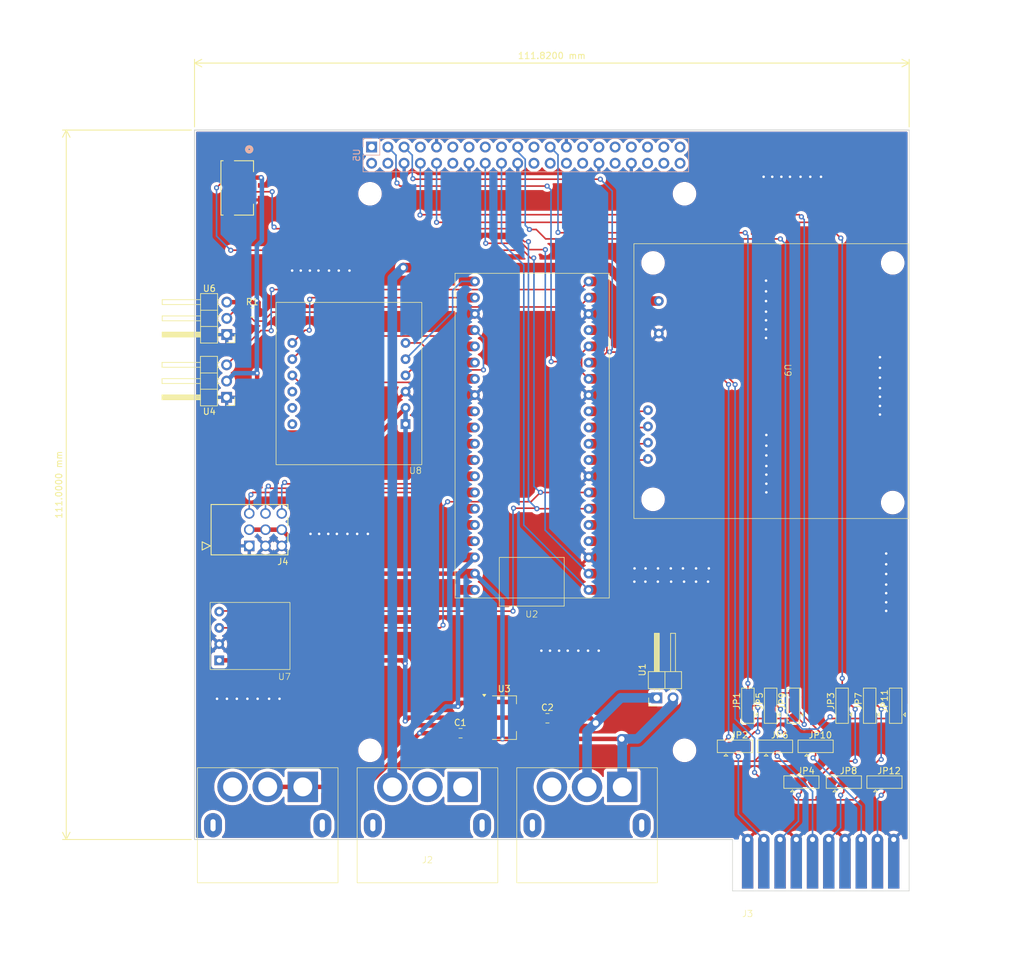
<source format=kicad_pcb>
(kicad_pcb (version 20240108) (generator "pcbnew") (generator_version "8.0")
  (layers (0 "F.Cu" signal) (31 "B.Cu" signal) (36 "B.SilkS" user "B.Silkscreen") (37 "F.SilkS" user "F.Silkscreen") (38 "B.Mask" user) (39 "F.Mask" user) (44 "Edge.Cuts" user))
  (net 0 "")
  (net 1 "GND2")
  (net 2 "/12V_1")
  (net 3 "/5V")
  (net 4 "GND1")
  (net 5 "/tx{slash}sda_O1")
  (net 6 "/rx{slash}scl_O1")
  (net 7 "/tx{slash}sda_O2")
  (net 8 "/rx{slash}scl_O2")
  (net 9 "/tx{slash}sda_O3")
  (net 10 "/rx{slash}scl_O3")
  (net 11 "/Sensor_Power")
  (net 12 "/Sensor_SCL")
  (net 13 "/Sensor_SDA")
  (net 14 "/UART2_TX")
  (net 15 "Net-(JP1-C)")
  (net 16 "/UART1_TX")
  (net 17 "/I2C1_SDA")
  (net 18 "/UART1_RX")
  (net 19 "Net-(JP3-C)")
  (net 20 "/UART2_RX")
  (net 21 "/I2C1_SCL")
  (net 22 "Net-(JP5-C)")
  (net 23 "Net-(JP7-C)")
  (net 24 "Net-(JP10-B)")
  (net 25 "Net-(JP11-C)")
  (net 26 "/Signal_0")
  (net 27 "/PICO_TX{slash}RX_OPI")
  (net 28 "/PICO_RX{slash}TX_OPI")
  (net 29 "/IN1")
  (net 30 "/IN2")
  (net 31 "/IN3")
  (net 32 "/IN4")
  (net 33 "/Signal_1")
  (net 34 "/IMU_MISO")
  (net 35 "/IMU_CS")
  (net 36 "/IMU_SCK")
  (net 37 "/IMU_MOSI")
  (net 38 "/INT")
  (net 39 "/RST")
  (net 40 "/PWM_3")
  (net 41 "/PWM_2")
  (net 42 "/PWM_1")
  (net 81 "/24V")
  (footprint "Package_TO_SOT_SMD:SOT-223-3_TabPin2" (layer "F.Cu") (at 107.3908 133.1468)
    (property "Reference" "U3")
    (property "Value" "AMS1117-3.3")
  )
  (footprint "Capacitor_SMD:C_0805_2012Metric_Pad1.18x1.45mm_HandSolder" (layer "F.Cu") (at 100.5586 135.5852)
    (property "Reference" "C1")
    (property "Value" "C")
  )
  (footprint "Jumper:SolderJumper-3_P2.0mm_Open_TrianglePad1.0x1.5mm" (layer "F.Cu") (at 156.114 137.668)
    (property "Reference" "JP10")
    (property "Value" "SolderJumper_3_Open")
  )
  (footprint "MountingHole:MountingHole_3.2mm_M3" (layer "F.Cu") (at 135.5934 138.265)
    (property "Reference" "H3" (hide yes))
    (property "Value" "MountingHole" (hide yes))
  )
  (footprint "MainBoard_Footprints:TSW-103-08-T-T-RA_SAI" (layer "F.Cu") (at 67.495 106.28 90)
    (property "Reference" "J4")
    (property "Value" "TSW-103-08-G-T-RA")
  )
  (footprint "Connector_PinHeader_2.54mm:PinHeader_1x03_P2.54mm_Horizontal" (layer "F.Cu") (at 63.975 73.215 180)
    (property "Reference" "U6")
    (property "Value" "Temperature Sensor")
  )
  (footprint "Jumper:SolderJumper-3_P2.0mm_Open_TrianglePad1.0x1.5mm" (layer "F.Cu") (at 153.886 143.256)
    (property "Reference" "JP4")
    (property "Value" "SolderJumper_3_Open")
  )
  (footprint "Jumper:SolderJumper-3_P2.0mm_Open_TrianglePad1.0x1.5mm" (layer "F.Cu") (at 145.542 131.286 90)
    (property "Reference" "JP1")
    (property "Value" "SolderJumper_3_Open")
  )
  (footprint "MainBoard_Footprints:MR60PW-M_X3 (2)" (layer "F.Cu") (at 95.378 143.986)
    (property "Reference" "J2")
    (property "Value" "~")
  )
  (footprint "Connector_PinHeader_2.54mm:PinHeader_1x02_P2.54mm_Horizontal" (layer "F.Cu") (at 131.2622 130.0542 90)
    (property "Reference" "U1")
    (property "Value" "~")
  )
  (footprint "Connector_PinHeader_2.54mm:PinHeader_1x03_P2.54mm_Horizontal" (layer "F.Cu") (at 63.95 83.03 180)
    (property "Reference" "U4")
    (property "Value" "Water Leak Sensor")
  )
  (footprint "Jumper:SolderJumper-3_P2.0mm_Open_TrianglePad1.0x1.5mm" (layer "F.Cu") (at 166.878 143.256)
    (property "Reference" "JP12")
    (property "Value" "SolderJumper_3_Open")
  )
  (footprint "Jumper:SolderJumper-3_P2.0mm_Open_TrianglePad1.0x1.5mm" (layer "F.Cu") (at 160.274 131.286 90)
    (property "Reference" "JP3")
    (property "Value" "SolderJumper_3_Open")
  )
  (footprint "Jumper:SolderJumper-3_P2.0mm_Open_TrianglePad1.0x1.5mm" (layer "F.Cu") (at 164.592 131.286 90)
    (property "Reference" "JP7")
    (property "Value" "SolderJumper_3_Open")
  )
  (footprint "MountingHole:MountingHole_3.2mm_M3" (layer "F.Cu") (at 135.5934 51.181)
    (property "Reference" "H1" (hide yes))
    (property "Value" "MountingHole" (hide yes))
  )
  (footprint "Jumper:SolderJumper-3_P2.0mm_Open_TrianglePad1.0x1.5mm" (layer "F.Cu") (at 149.764 137.668)
    (property "Reference" "JP6")
    (property "Value" "SolderJumper_3_Open")
  )
  (footprint "MountingHole:MountingHole_3.2mm_M3" (layer "F.Cu") (at 86.3854 51.181)
    (property "Reference" "H2" (hide yes))
    (property "Value" "MountingHole" (hide yes))
  )
  (footprint "Jumper:SolderJumper-3_P2.0mm_Open_TrianglePad1.0x1.5mm" (layer "F.Cu") (at 168.656 131.286 90)
    (property "Reference" "JP11")
    (property "Value" "SolderJumper_3_Open")
  )
  (footprint "MainBoard_Footprints:IMU" (layer "F.Cu") (at 94.488 68.172 180)
    (property "Reference" "U8")
    (property "Value" "IMU")
  )
  (footprint "MainBoard_Footprints:JST" (layer "F.Cu") (at 65.6082 50.2666 -90)
    (property "Reference" "J1" (hide yes))
    (property "Value" "BAR02 Pressure Sensor")
  )
  (footprint "Resistor_SMD:R_0805_2012Metric_Pad1.20x1.40mm_HandSolder" (layer "F.Cu") (at 67.95 69.75)
    (property "Reference" "R1")
    (property "Value" "R")
  )
  (footprint "MainBoard_Footprints:SHT30" (layer "F.Cu") (at 73.8664 125.6222 90)
    (property "Reference" "U7")
    (property "Value" "SHT30")
  )
  (footprint "MountingHole:MountingHole_3.2mm_M3" (layer "F.Cu") (at 86.3854 138.265)
    (property "Reference" "H4" (hide yes))
    (property "Value" "MountingHole" (hide yes))
  )
  (footprint "Jumper:SolderJumper-3_P2.0mm_Open_TrianglePad1.0x1.5mm" (layer "F.Cu") (at 149.098 131.286 90)
    (property "Reference" "JP5")
    (property "Value" "SolderJumper_3_Open")
  )
  (footprint "Jumper:SolderJumper-3_P2.0mm_Open_TrianglePad1.0x1.5mm" (layer "F.Cu") (at 152.654 131.286 90)
    (property "Reference" "JP9")
    (property "Value" "SolderJumper_3_Open")
  )
  (footprint "MainBoard_Footprints:ESP32-S3-Pico" (layer "F.Cu") (at 110.425 97.917 180)
    (property "Reference" "U2")
    (property "Value" "Pi_Pico_1")
  )
  (footprint "Jumper:SolderJumper-3_P2.0mm_Open_TrianglePad1.0x1.5mm" (layer "F.Cu") (at 160.528 143.256)
    (property "Reference" "JP8")
    (property "Value" "SolderJumper_3_Open")
  )
  (footprint "MainBoard_Footprints:L298N" (layer "F.Cu") (at 127.675 58.995 -90)
    (property "Reference" "U9")
    (property "Value" "~")
  )
  (footprint "MainBoard_Footprints:CardEdge_2x10 (2)" (layer "F.Cu") (at 145.468 156.216)
    (property "Reference" "J3")
    (property "Value" "Conn_01x10_Pin")
  )
  (footprint "Jumper:SolderJumper-3_P2.0mm_Open_TrianglePad1.0x1.5mm" (layer "F.Cu") (at 143.478 137.668)
    (property "Reference" "JP2")
    (property "Value" "SolderJumper_3_Open")
  )
  (footprint "Capacitor_SMD:C_0805_2012Metric_Pad1.18x1.45mm_HandSolder" (layer "F.Cu") (at 114.1437 133.2484)
    (property "Reference" "C2")
    (property "Value" "C")
  )
  (footprint "Connector_PinHeader_2.54mm:PinHeader_2x20_P2.54mm_Vertical" (layer "B.Cu") (at 86.6394 43.8658 -90)
    (property "Reference" "U5")
    (property "Value" "Orange_Pi5+")
  )
  (gr_line (start 58.928 152.216) (end 143.108 152.216) (stroke (width 0.15)) (layer "Edge.Cuts"))
  (gr_line (start 58.928 41.216) (end 170.748 41.216) (stroke (width 0.15)) (layer "Edge.Cuts"))
  (gr_line (start 143.108 152.216) (end 143.108 160.258) (stroke (width 0.1)) (layer "Edge.Cuts"))
  (gr_line (start 58.928 41.216) (end 58.928 152.216) (stroke (width 0.15)) (layer "Edge.Cuts"))
  (gr_line (start 170.748 160.258) (end 170.748 41.216) (stroke (width 0.1)) (layer "Edge.Cuts"))
  (gr_line (start 143.108 160.258) (end 170.748 160.258) (stroke (width 0.1)) (layer "Edge.Cuts"))
  (dimension (type aligned) (layer "F.SilkS") (pts (xy 58.928 41.216) (xy 170.748 41.216)) (height -10.482) (gr_text "111.8200 mm" (at 114.838 29.584 0) (layer "F.SilkS") (effects (font (size 1 1) (thickness 0.15)))) (format (prefix "") (suffix "") (units 3) (units_format 1) (precision 4)) (style (thickness 0.15) (arrow_length 1.27) (text_position_mode 0) (extension_height 0.58642) (extension_offset 0.5) keep_text_aligned))
  (dimension (type aligned) (layer "F.SilkS") (pts (xy 58.928 41.216) (xy 58.928 152.216)) (height 20.066) (gr_text "111.0000 mm" (at 37.712 96.716 90) (layer "F.SilkS") (effects (font (size 1 1) (thickness 0.15)))) (format (prefix "") (suffix "") (units 3) (units_format 1) (precision 4)) (style (thickness 0.15) (arrow_length 1.27) (text_position_mode 0) (extension_height 0.58642) (extension_offset 0.5) keep_text_aligned))
  (segment (start 104.2408 130.8468) (end 100.6996 130.8468) (width 0.7) (layer "F.Cu") (net 1))
  (segment (start 120.9548 133.2484) (end 121.6982 133.9918) (width 0.7) (layer "F.Cu") (net 1))
  (segment (start 112.6296 130.6968) (end 115.1812 133.2484) (width 0.7) (layer "F.Cu") (net 1))
  (segment (start 85.741424 143.986) (end 75.878 143.986) (width 0.7) (layer "F.Cu") (net 1))
  (segment (start 85.741424 143.986) (end 94.142224 135.5852) (width 0.7) (layer "F.Cu") (net 1))
  (segment (start 99.4703 135.5344) (end 99.5211 135.5852) (width 0.7) (layer "F.Cu") (net 1))
  (segment (start 104.3908 130.6968) (end 112.6296 130.6968) (width 0.7) (layer "F.Cu") (net 1))
  (segment (start 115.1812 133.2484) (end 120.9548 133.2484) (width 0.7) (layer "F.Cu") (net 1))
  (segment (start 94.142224 135.5852) (end 99.5211 135.5852) (width 0.7) (layer "F.Cu") (net 1))
  (segment (start 75.878 143.986) (end 70.378 143.986) (width 0.7) (layer "F.Cu") (net 1))
  (segment (start 104.2408 130.8468) (end 104.3908 130.6968) (width 0.7) (layer "F.Cu") (net 1))
  (segment (start 100.6996 130.8468) (end 100.1522 131.3942) (width 0.7) (layer "F.Cu") (net 1))
  (via (at 121.6982 133.9918) (size 1.5) (drill 0.9) (layers "F.Cu" "B.Cu") (net 1))
  (via (at 100.1522 131.3942) (size 0.8) (drill 0.4) (layers "F.Cu" "B.Cu") (net 1))
  (via (at 94.142224 135.5852) (size 0.8) (drill 0.4) (layers "F.Cu" "B.Cu") (net 1))
  (segment (start 94.142224 135.549976) (end 94.142224 135.5852) (width 0.7) (layer "B.Cu") (net 1))
  (segment (start 125.6358 130.0542) (end 121.6982 133.9918) (width 1.5) (layer "B.Cu") (net 1))
  (segment (start 120.348 135.342) (end 120.348 143.986) (width 1.5) (layer "B.Cu") (net 1))
  (segment (start 100.1522 110.7298) (end 100.1522 131.3942) (width 0.7) (layer "B.Cu") (net 1))
  (segment (start 98.298 131.3942) (end 94.142224 135.549976) (width 0.7) (layer "B.Cu") (net 1))
  (segment (start 102.805 108.077) (end 100.1522 110.7298) (width 0.7) (layer "B.Cu") (net 1))
  (segment (start 121.6982 133.9918) (end 120.348 135.342) (width 1.5) (layer "B.Cu") (net 1))
  (segment (start 100.1522 131.3942) (end 98.298 131.3942) (width 0.7) (layer "B.Cu") (net 1))
  (segment (start 131.2622 130.0542) (end 125.6358 130.0542) (width 1.5) (layer "B.Cu") (net 1))
  (segment (start 91.588 62.738) (end 91.6 62.75) (width 1.5) (layer "F.Cu") (net 2))
  (segment (start 91.612 62.738) (end 123.738 62.738) (width 1.5) (layer "F.Cu") (net 2))
  (segment (start 91.6 62.75) (end 91.612 62.738) (width 1.5) (layer "F.Cu") (net 2))
  (segment (start 128.965 67.965) (end 131.575 67.965) (width 1.5) (layer "F.Cu") (net 2))
  (segment (start 123.738 62.738) (end 128.965 67.965) (width 1.5) (layer "F.Cu") (net 2))
  (segment (start 91.5416 62.738) (end 91.588 62.738) (width 1.5) (layer "F.Cu") (net 2))
  (via (at 91.6 62.75) (size 1.5) (drill 0.8) (layers "F.Cu" "B.Cu") (net 2))
  (segment (start 91.5416 62.738) (end 89.878 64.4016) (width 1.5) (layer "B.Cu") (net 2))
  (segment (start 91.5416 62.738) (end 91.3892 62.8904) (width 0.7) (layer "B.Cu") (net 2))
  (segment (start 89.878 64.4016) (end 89.878 143.986) (width 1.5) (layer "B.Cu") (net 2))
  (segment (start 105.2682 136.4742) (end 104.2408 135.4468) (width 0.7) (layer "F.Cu") (net 3))
  (segment (start 67.495 103.74) (end 70.035 103.74) (width 0.7) (layer "F.Cu") (net 3))
  (segment (start 107.1118 136.4742) (end 105.2682 136.4742) (width 0.7) (layer "F.Cu") (net 3))
  (segment (start 72.575 103.74) (end 70.035 103.74) (width 0.7) (layer "F.Cu") (net 3))
  (segment (start 76.581 107.746) (end 76.581 110.617) (width 0.7) (layer "F.Cu") (net 3))
  (segment (start 104.1024 135.5852) (end 104.2408 135.4468) (width 0.7) (layer "F.Cu") (net 3))
  (segment (start 101.5961 135.5852) (end 104.1024 135.5852) (width 0.7) (layer "F.Cu") (net 3))
  (segment (start 76.581 110.617) (end 102.805 110.617) (width 0.7) (layer "F.Cu") (net 3))
  (segment (start 72.575 103.74) (end 76.581 107.746) (width 0.7) (layer "F.Cu") (net 3))
  (segment (start 107.1118 136.4742) (end 125.7554 136.4742) (width 0.7) (layer "F.Cu") (net 3))
  (via (at 107.1118 136.4742) (size 0.8) (drill 0.4) (layers "F.Cu" "B.Cu") (net 3))
  (via (at 125.7554 136.4742) (size 1.5) (drill 0.9) (layers "F.Cu" "B.Cu") (net 3))
  (segment (start 125.848 136.5668) (end 125.848 143.986) (width 1.5) (layer "B.Cu") (net 3))
  (segment (start 107.1118 114.9238) (end 102.805 110.617) (width 0.7) (layer "B.Cu") (net 3))
  (segment (start 107.1118 136.4742) (end 107.1118 114.9238) (width 0.7) (layer "B.Cu") (net 3))
  (segment (start 125.7554 136.4742) (end 128.227544 136.4742) (width 1.5) (layer "B.Cu") (net 3))
  (segment (start 128.227544 136.4742) (end 133.8022 130.899544) (width 1.5) (layer "B.Cu") (net 3))
  (segment (start 133.8022 130.899544) (end 133.8022 130.0542) (width 1.5) (layer "B.Cu") (net 3))
  (segment (start 125.7554 136.4742) (end 125.848 136.5668) (width 1.5) (layer "B.Cu") (net 3))
  (segment (start 103.0336 82.9056) (end 102.805 82.677) (width 0.7) (layer "F.Cu") (net 4))
  (via (at 127.775 109.8) (size 0.8) (drill 0.4) (layers "F.Cu" "B.Cu") (net 4))
  (via (at 139.4 109.8) (size 0.8) (drill 0.4) (layers "F.Cu" "B.Cu") (net 4))
  (via (at 166.175 78.425) (size 0.8) (drill 0.4) (layers "F.Cu" "B.Cu") (net 4))
  (via (at 150.75 48.525) (size 0.8) (drill 0.4) (layers "F.Cu" "B.Cu") (net 4))
  (via (at 148.4 96.55) (size 0.8) (drill 0.4) (layers "F.Cu" "B.Cu") (net 4))
  (via (at 166.175 82.95) (size 0.8) (drill 0.4) (layers "F.Cu" "B.Cu") (net 4))
  (via (at 114.55 122.675) (size 0.8) (drill 0.4) (layers "F.Cu" "B.Cu") (net 4))
  (via (at 84.375 104.4) (size 0.8) (drill 0.4) (layers "F.Cu" "B.Cu") (net 4))
  (via (at 120.5 122.675) (size 0.8) (drill 0.4) (layers "F.Cu" "B.Cu") (net 4))
  (via (at 152.1 48.525) (size 0.8) (drill 0.4) (layers "F.Cu" "B.Cu") (net 4))
  (via (at 148.4 95.125) (size 0.8) (drill 0.4) (layers "F.Cu" "B.Cu") (net 4))
  (via (at 122.175 122.675) (size 0.8) (drill 0.4) (layers "F.Cu" "B.Cu") (net 4))
  (via (at 113.2 122.675) (size 0.8) (drill 0.4) (layers "F.Cu" "B.Cu") (net 4))
  (via (at 166.175 76.75) (size 0.8) (drill 0.4) (layers "F.Cu" "B.Cu") (net 4))
  (via (at 148.4 88.925) (size 0.8) (drill 0.4) (layers "F.Cu" "B.Cu") (net 4))
  (via (at 148.35 69.625) (size 0.8) (drill 0.4) (layers "F.Cu" "B.Cu") (net 4))
  (via (at 166.175 81.6) (size 0.8) (drill 0.4) (layers "F.Cu" "B.Cu") (net 4))
  (via (at 74.2 63.2) (size 0.8) (drill 0.4) (layers "F.Cu" "B.Cu") (net 4))
  (via (at 148.35 73.75) (size 0.8) (drill 0.4) (layers "F.Cu" "B.Cu") (net 4))
  (via (at 129.5 109.8) (size 0.8) (drill 0.4) (layers "F.Cu" "B.Cu") (net 4))
  (via (at 166.175 84.375) (size 0.8) (drill 0.4) (layers "F.Cu" "B.Cu") (net 4))
  (via (at 118.975 122.675) (size 0.8) (drill 0.4) (layers "F.Cu" "B.Cu") (net 4))
  (via (at 67.2 130.2) (size 0.8) (drill 0.4) (layers "F.Cu" "B.Cu") (net 4))
  (via (at 155.275 48.525) (size 0.8) (drill 0.4) (layers "F.Cu" "B.Cu") (net 4))
  (via (at 148.35 72.4) (size 0.8) (drill 0.4) (layers "F.Cu" "B.Cu") (net 4))
  (via (at 167.15 113.675) (size 0.8) (drill 0.4) (layers "F.Cu" "B.Cu") (net 4))
  (via (at 137.4 109.8) (size 0.8) (drill 0.4) (layers "F.Cu" "B.Cu") (net 4))
  (via (at 83.175 63.2) (size 0.8) (drill 0.4) (layers "F.Cu" "B.Cu") (net 4))
  (via (at 147.975 48.525) (size 0.8) (drill 0.4) (layers "F.Cu" "B.Cu") (net 4))
  (via (at 70.6 130.2) (size 0.8) (drill 0.4) (layers "F.Cu" "B.Cu") (net 4))
  (via (at 148.35 70.975) (size 0.8) (drill 0.4) (layers "F.Cu" "B.Cu") (net 4))
  (via (at 82.85 104.4) (size 0.8) (drill 0.4) (layers "F.Cu" "B.Cu") (net 4))
  (via (at 135.35 109.8) (size 0.8) (drill 0.4) (layers "F.Cu" "B.Cu") (net 4))
  (via (at 86.05 104.4) (size 0.8) (drill 0.4) (layers "F.Cu" "B.Cu") (net 4))
  (via (at 167.15 112.325) (size 0.8) (drill 0.4) (layers "F.Cu" "B.Cu") (net 4))
  (via (at 78.425 104.4) (size 0.8) (drill 0.4) (layers "F.Cu" "B.Cu") (net 4))
  (via (at 167.15 109.15) (size 0.8) (drill 0.4) (layers "F.Cu" "B.Cu") (net 4))
  (via (at 148.35 67.975) (size 0.8) (drill 0.4) (layers "F.Cu" "B.Cu") (net 4))
  (via (at 131.45 109.8) (size 0.8) (drill 0.4) (layers "F.Cu" "B.Cu") (net 4))
  (via (at 127.75 111.875) (size 0.8) (drill 0.4) (layers "F.Cu" "B.Cu") (net 4))
  (via (at 77.075 104.4) (size 0.8) (drill 0.4) (layers "F.Cu" "B.Cu") (net 4))
  (via (at 81.5 63.2) (size 0.8) (drill 0.4) (layers "F.Cu" "B.Cu") (net 4))
  (via (at 148.4 90.6) (size 0.8) (drill 0.4) (layers "F.Cu" "B.Cu") (net 4))
  (via (at 62.45 130.2) (size 0.8) (drill 0.4) (layers "F.Cu" "B.Cu") (net 4))
  (via (at 76.975 63.2) (size 0.8) (drill 0.4) (layers "F.Cu" "B.Cu") (net 4))
  (via (at 148.4 97.9) (size 0.8) (drill 0.4) (layers "F.Cu" "B.Cu") (net 4))
  (via (at 166.175 79.95) (size 0.8) (drill 0.4) (layers "F.Cu" "B.Cu") (net 4))
  (via (at 148.4 92.125) (size 0.8) (drill 0.4) (layers "F.Cu" "B.Cu") (net 4))
  (via (at 131.425 111.875) (size 0.8) (drill 0.4) (layers "F.Cu" "B.Cu") (net 4))
  (via (at 167.15 107.475) (size 0.8) (drill 0.4) (layers "F.Cu" "B.Cu") (net 4))
  (via (at 166.175 85.725) (size 0.8) (drill 0.4) (layers "F.Cu" "B.Cu") (net 4))
  (via (at 167.15 115.1) (size 0.8) (drill 0.4) (layers "F.Cu" "B.Cu") (net 4))
  (via (at 78.325 63.2) (size 0.8) (drill 0.4) (layers "F.Cu" "B.Cu") (net 4))
  (via (at 135.525 111.875) (size 0.8) (drill 0.4) (layers "F.Cu" "B.Cu") (net 4))
  (via (at 115.975 122.675) (size 0.8) (drill 0.4) (layers "F.Cu" "B.Cu") (net 4))
  (via (at 133.5 111.875) (size 0.8) (drill 0.4) (layers "F.Cu" "B.Cu") (net 4))
  (via (at 133.45 109.8) (size 0.8) (drill 0.4) (layers "F.Cu" "B.Cu") (net 4))
  (via (at 79.975 63.2) (size 0.8) (drill 0.4) (layers "F.Cu" "B.Cu") (net 4))
  (via (at 64 130.2) (size 0.8) (drill 0.4) (layers "F.Cu" "B.Cu") (net 4))
  (via (at 167.15 116.45) (size 0.8) (drill 0.4) (layers "F.Cu" "B.Cu") (net 4))
  (via (at 65.55 130.2) (size 0.8) (drill 0.4) (layers "F.Cu" "B.Cu") (net 4))
  (via (at 139.275 111.875) (size 0.8) (drill 0.4) (layers "F.Cu" "B.Cu") (net 4))
  (via (at 79.85 104.4) (size 0.8) (drill 0.4) (layers "F.Cu" "B.Cu") (net 4))
  (via (at 72.225 130.2) (size 0.8) (drill 0.4) (layers "F.Cu" "B.Cu") (net 4))
  (via (at 137.4 111.875) (size 0.8) (drill 0.4) (layers "F.Cu" "B.Cu") (net 4))
  (via (at 129.475 111.875) (size 0.8) (drill 0.4) (layers "F.Cu" "B.Cu") (net 4))
  (via (at 75.55 63.2) (size 0.8) (drill 0.4) (layers "F.Cu" "B.Cu") (net 4))
  (via (at 117.325 122.675) (size 0.8) (drill 0.4) (layers "F.Cu" "B.Cu") (net 4))
  (via (at 81.2 104.4) (size 0.8) (drill 0.4) (layers "F.Cu" "B.Cu") (net 4))
  (via (at 148.4 93.775) (size 0.8) (drill 0.4) (layers "F.Cu" "B.Cu") (net 4))
  (via (at 68.8 130.2) (size 0.8) (drill 0.4) (layers "F.Cu" "B.Cu") (net 4))
  (via (at 167.15 110.675) (size 0.8) (drill 0.4) (layers "F.Cu" "B.Cu") (net 4))
  (via (at 149.325 48.525) (size 0.8) (drill 0.4) (layers "F.Cu" "B.Cu") (net 4))
  (via (at 153.75 48.525) (size 0.8) (drill 0.4) (layers "F.Cu" "B.Cu") (net 4))
  (via (at 148.35 64.775) (size 0.8) (drill 0.4) (layers "F.Cu" "B.Cu") (net 4))
  (via (at 148.35 66.45) (size 0.8) (drill 0.4) (layers "F.Cu" "B.Cu") (net 4))
  (via (at 156.95 48.525) (size 0.8) (drill 0.4) (layers "F.Cu" "B.Cu") (net 4))
  (segment (start 143.478 138.6895) (end 143.478 137.668) (width 0.25) (layer "F.Cu") (net 5))
  (segment (start 144.018 139.2295) (end 143.478 138.6895) (width 0.25) (layer "F.Cu") (net 5))
  (via (at 144.018 139.2295) (size 0.8) (drill 0.4) (layers "F.Cu" "B.Cu") (net 5))
  (segment (start 144.018 139.2295) (end 144.018 148.226) (width 0.25) (layer "B.Cu") (net 5))
  (segment (start 144.018 148.226) (end 148.008 152.216) (width 0.25) (layer "B.Cu") (net 5))
  (segment (start 153.886 143.256) (end 153.886 144.818) (width 0.25) (layer "F.Cu") (net 6))
  (segment (start 153.886 144.818) (end 153.416 145.288) (width 0.25) (layer "F.Cu") (net 6))
  (via (at 153.416 145.288) (size 0.8) (drill 0.4) (layers "F.Cu" "B.Cu") (net 6))
  (segment (start 153.416 149.348) (end 150.548 152.216) (width 0.25) (layer "B.Cu") (net 6))
  (segment (start 153.416 145.288) (end 153.416 149.348) (width 0.25) (layer "B.Cu") (net 6))
  (segment (start 149.764 137.668) (end 149.764 138.842) (width 0.25) (layer "F.Cu") (net 7))
  (segment (start 149.764 138.842) (end 150.114 139.192) (width 0.25) (layer "F.Cu") (net 7))
  (via (at 150.114 139.192) (size 0.8) (drill 0.4) (layers "F.Cu" "B.Cu") (net 7))
  (segment (start 150.114 139.192) (end 155.628 144.706) (width 0.25) (layer "B.Cu") (net 7))
  (segment (start 155.628 144.706) (end 155.628 152.216) (width 0.25) (layer "B.Cu") (net 7))
  (segment (start 160.528 143.256) (end 160.528 144.78) (width 0.25) (layer "F.Cu") (net 8))
  (segment (start 160.528 144.78) (end 160.02 145.288) (width 0.25) (layer "F.Cu") (net 8))
  (via (at 160.02 145.288) (size 0.8) (drill 0.4) (layers "F.Cu" "B.Cu") (net 8))
  (segment (start 160.02 145.288) (end 160.02 150.364) (width 0.25) (layer "B.Cu") (net 8))
  (segment (start 160.02 150.364) (end 158.168 152.216) (width 0.25) (layer "B.Cu") (net 8))
  (segment (start 156.114 137.668) (end 156.114 139.034) (width 0.25) (layer "F.Cu") (net 9))
  (segment (start 156.114 139.034) (end 155.702 139.446) (width 0.25) (layer "F.Cu") (net 9))
  (via (at 155.702 139.446) (size 0.8) (drill 0.4) (layers "F.Cu" "B.Cu") (net 9))
  (segment (start 163.248 146.992) (end 163.248 152.216) (width 0.25) (layer "B.Cu") (net 9))
  (segment (start 155.702 139.446) (end 163.248 146.992) (width 0.25) (layer "B.Cu") (net 9))
  (segment (start 166.878 144.78) (end 166.37 145.288) (width 0.25) (layer "F.Cu") (net 10))
  (segment (start 166.878 143.256) (end 166.878 144.78) (width 0.25) (layer "F.Cu") (net 10))
  (via (at 166.37 145.288) (size 0.8) (drill 0.4) (layers "F.Cu" "B.Cu") (net 10))
  (segment (start 165.788 145.87) (end 165.788 152.216) (width 0.25) (layer "B.Cu") (net 10))
  (segment (start 166.37 145.288) (end 165.788 145.87) (width 0.25) (layer "B.Cu") (net 10))
  (segment (start 88.096 88.534) (end 71.4398 88.534) (width 0.7) (layer "F.Cu") (net 11))
  (segment (start 91.8972 133.6802) (end 92.4306 133.1468) (width 0.7) (layer "F.Cu") (net 11))
  (segment (start 92.4306 133.1468) (end 104.2408 133.1468) (width 0.7) (layer "F.Cu") (net 11))
  (segment (start 63.975 68.135) (end 68.415 68.135) (width 0.7) (layer "F.Cu") (net 11))
  (segment (start 68.95 68.2) (end 68.65 67.9) (width 0.7) (layer "F.Cu") (net 11))
  (segment (start 68.95 69.75) (end 68.95 68.2) (width 0.7) (layer "F.Cu") (net 11))
  (segment (start 91.948 84.682) (end 88.096 88.534) (width 0.7) (layer "F.Cu") (net 11))
  (segment (start 62.792 124.182) (end 91.3906 124.182) (width 0.7) (layer "F.Cu") (net 11))
  (segment (start 69.35 48.65) (end 67.7423 48.65) (width 0.7) (layer "F.Cu") (net 11))
  (segment (start 71.4398 88.534) (end 68.6496 85.7438) (width 0.7) (layer "F.Cu") (net 11))
  (segment (start 110.6424 133.2484) (end 110.5408 133.1468) (width 0.7) (layer "F.Cu") (net 11))
  (segment (start 68.6496 85.7438) (end 68.6496 81.9658) (width 0.7) (layer "F.Cu") (net 11))
  (segment (start 68.415 68.135) (end 68.65 67.9) (width 0.7) (layer "F.Cu") (net 11))
  (segment (start 68.725 79.25) (end 68.725 81.8904) (width 0.7) (layer "F.Cu") (net 11))
  (segment (start 68.725 81.8904) (end 68.6496 81.9658) (width 0.7) (layer "F.Cu") (net 11))
  (segment (start 67.7423 48.65) (end 67.4839 48.3916) (width 0.7) (layer "F.Cu") (net 11))
  (segment (start 104.2408 133.1468) (end 110.5408 133.1468) (width 0.7) (layer "F.Cu") (net 11))
  (segment (start 113.1062 133.2484) (end 110.6424 133.2484) (width 0.7) (layer "F.Cu") (net 11))
  (segment (start 91.3906 124.182) (end 91.8972 124.6886) (width 0.7) (layer "F.Cu") (net 11))
  (via (at 68.725 79.25) (size 0.8) (drill 0.4) (layers "F.Cu" "B.Cu") (net 11))
  (via (at 91.8972 133.6802) (size 0.8) (drill 0.4) (layers "F.Cu" "B.Cu") (net 11))
  (via (at 69.35 48.65) (size 0.8) (drill 0.4) (layers "F.Cu" "B.Cu") (net 11))
  (via (at 91.8972 124.6886) (size 0.8) (drill 0.4) (layers "F.Cu" "B.Cu") (net 11))
  (via (at 68.65 67.9) (size 0.8) (drill 0.4) (layers "F.Cu" "B.Cu") (net 11))
  (segment (start 69.35 48.65) (end 69.469 48.769) (width 0.7) (layer "B.Cu") (net 11))
  (segment (start 68.675 79.2) (end 68.675 67.925) (width 0.7) (layer "B.Cu") (net 11))
  (segment (start 91.948 124.2568) (end 91.948 87.222) (width 0.7) (layer "B.Cu") (net 11))
  (segment (start 68.675 67.925) (end 68.65 67.9) (width 0.7) (layer "B.Cu") (net 11))
  (segment (start 69.469 58.547) (end 68.675 59.341) (width 0.7) (layer "B.Cu") (net 11))
  (segment (start 91.8972 133.6802) (end 91.8972 124.3076) (width 0.7) (layer "B.Cu") (net 11))
  (segment (start 68.725 79.25) (end 68.675 79.2) (width 0.7) (layer "B.Cu") (net 11))
  (segment (start 91.948 84.682) (end 91.948 87.222) (width 0.7) (layer "B.Cu") (net 11))
  (segment (start 69.469 48.769) (end 69.469 58.547) (width 0.7) (layer "B.Cu") (net 11))
  (segment (start 65.19 79.25) (end 63.95 80.49) (width 0.7) (layer "B.Cu") (net 11))
  (segment (start 68.675 59.341) (end 68.675 67.875) (width 0.7) (layer "B.Cu") (net 11))
  (segment (start 68.725 79.25) (end 65.19 79.25) (width 0.7) (layer "B.Cu") (net 11))
  (segment (start 91.8972 124.3076) (end 91.948 124.2568) (width 0.7) (layer "B.Cu") (net 11))
  (segment (start 68.675 67.875) (end 68.65 67.9) (width 0.7) (layer "B.Cu") (net 11))
  (segment (start 112 61.225) (end 111.517 61.225) (width 0.25) (layer "F.Cu") (net 12))
  (segment (start 113.0808 97.917) (end 120.585 97.917) (width 0.25) (layer "F.Cu") (net 12))
  (segment (start 97.3822 119.102) (end 97.8154 118.6688) (width 0.25) (layer "F.Cu") (net 12))
  (segment (start 98.5266 99.3648) (end 111.5822 99.3648) (width 0.25) (layer "F.Cu") (net 12))
  (segment (start 111.5822 99.3648) (end 113.0554 97.8916) (width 0.25) (layer "F.Cu") (net 12))
  (segment (start 62.792 119.102) (end 97.3822 119.102) (width 0.25) (layer "F.Cu") (net 12))
  (segment (start 112 61.225) (end 111.9886 61.2364) (width 0.25) (layer "F.Cu") (net 12))
  (segment (start 110.3006 60.0086) (end 64.5806 60.0086) (width 0.25) (layer "F.Cu") (net 12))
  (segment (start 111.517 61.225) (end 110.3006 60.0086) (width 0.25) (layer "F.Cu") (net 12))
  (segment (start 113.0554 97.8916) (end 113.0808 97.917) (width 0.25) (layer "F.Cu") (net 12))
  (segment (start 62.9834 49.6416) (end 62.375 50.25) (width 0.25) (layer "F.Cu") (net 12))
  (segment (start 67.4839 49.6416) (end 62.9834 49.6416) (width 0.25) (layer "F.Cu") (net 12))
  (via (at 97.8154 118.6688) (size 0.8) (drill 0.4) (layers "F.Cu" "B.Cu") (net 12))
  (via (at 64.6 60.025) (size 0.8) (drill 0.4) (layers "F.Cu" "B.Cu") (net 12))
  (via (at 62.375 50.25) (size 0.8) (drill 0.4) (layers "F.Cu" "B.Cu") (net 12))
  (via (at 113.0554 97.8916) (size 0.8) (drill 0.4) (layers "F.Cu" "B.Cu") (net 12))
  (via (at 112 61.225) (size 0.8) (drill 0.4) (layers "F.Cu" "B.Cu") (net 12))
  (via (at 98.5266 99.3648) (size 0.8) (drill 0.4) (layers "F.Cu" "B.Cu") (net 12))
  (segment (start 97.8154 100.076) (end 98.5266 99.3648) (width 0.25) (layer "B.Cu") (net 12))
  (segment (start 62.375 57.8) (end 64.6 60.025) (width 0.25) (layer "B.Cu") (net 12))
  (segment (start 113.0554 97.9678) (end 113.03 97.9424) (width 0.25) (layer "B.Cu") (net 12))
  (segment (start 62.375 50.25) (end 62.375 57.8) (width 0.25) (layer "B.Cu") (net 12))
  (segment (start 113.0554 97.8916) (end 113.0554 97.9678) (width 0.25) (layer "B.Cu") (net 12))
  (segment (start 112.9792 97.8916) (end 113.0554 97.8916) (width 0.25) (layer "B.Cu") (net 12))
  (segment (start 97.8154 118.6688) (end 97.8154 100.076) (width 0.25) (layer "B.Cu") (net 12))
  (segment (start 112.0394 96.9518) (end 112.9792 97.8916) (width 0.25) (layer "B.Cu") (net 12))
  (segment (start 112.0394 61.2644) (end 112.0394 96.9518) (width 0.25) (layer "B.Cu") (net 12))
  (segment (start 112 61.225) (end 112.0394 61.2644) (width 0.25) (layer "B.Cu") (net 12))
  (segment (start 110.5408 58.674) (end 108.5088 56.642) (width 0.25) (layer "F.Cu") (net 13))
  (segment (start 71.075 50.85) (end 67.4839 50.8916) (width 0.25) (layer "F.Cu") (net 13))
  (segment (start 71.375 56.4) (end 71.375 56.375) (width 0.25) (layer "F.Cu") (net 13))
  (segment (start 71.0584 50.8916) (end 71.075 50.85) (width 0.25) (layer "F.Cu") (net 13))
  (segment (start 108.839 100.3808) (end 112.4204 100.3808) (width 0.25) (layer "F.Cu") (net 13))
  (segment (start 111.1758 58.674) (end 111.125 58.7248) (width 0.25) (layer "F.Cu") (net 13))
  (segment (start 71.642 56.642) (end 71.4 56.4) (width 0.25) (layer "F.Cu") (net 13))
  (segment (start 62.895 116.459) (end 108.7628 116.4844) (width 0.25) (layer "F.Cu") (net 13))
  (segment (start 108.5088 56.642) (end 71.642 56.642) (width 0.25) (layer "F.Cu") (net 13))
  (segment (start 112.4966 100.457) (end 120.585 100.457) (width 0.25) (layer "F.Cu") (net 13))
  (segment (start 111.1758 58.674) (end 110.5408 58.674) (width 0.25) (layer "F.Cu") (net 13))
  (segment (start 71.375 56.375) (end 71.375 56.375) (width 0.25) (layer "F.Cu") (net 13))
  (segment (start 112.4204 100.3808) (end 112.4966 100.457) (width 0.25) (layer "F.Cu") (net 13))
  (segment (start 71.4 56.4) (end 71.375 56.4) (width 0.25) (layer "F.Cu") (net 13))
  (segment (start 108.7628 116.4844) (end 108.7374 116.459) (width 0.25) (layer "F.Cu") (net 13))
  (segment (start 62.792 116.562) (end 62.895 116.459) (width 0.25) (layer "F.Cu") (net 13))
  (via (at 108.7628 116.4844) (size 0.8) (drill 0.4) (layers "F.Cu" "B.Cu") (net 13))
  (via (at 71.075 50.85) (size 0.8) (drill 0.4) (layers "F.Cu" "B.Cu") (net 13))
  (via (at 71.375 56.4) (size 0.8) (drill 0.4) (layers "F.Cu" "B.Cu") (net 13))
  (via (at 112.4966 100.457) (size 0.8) (drill 0.4) (layers "F.Cu" "B.Cu") (net 13))
  (via (at 111.1758 58.674) (size 0.8) (drill 0.4) (layers "F.Cu" "B.Cu") (net 13))
  (via (at 108.839 100.3808) (size 0.8) (drill 0.4) (layers "F.Cu" "B.Cu") (net 13))
  (segment (start 71.075 50.85) (end 71.075 56.1) (width 0.25) (layer "B.Cu") (net 13))
  (segment (start 112.4712 100.457) (end 112.4966 100.457) (width 0.25) (layer "B.Cu") (net 13))
  (segment (start 112.4966 100.4824) (end 112.4458 100.4316) (width 0.25) (layer "B.Cu") (net 13))
  (segment (start 111.1758 99.1616) (end 112.4712 100.457) (width 0.25) (layer "B.Cu") (net 13))
  (segment (start 111.1758 58.674) (end 111.1758 99.1616) (width 0.25) (layer "B.Cu") (net 13))
  (segment (start 71.075 56.1) (end 71.375 56.4) (width 0.25) (layer "B.Cu") (net 13))
  (segment (start 112.4966 100.457) (end 112.4966 100.4824) (width 0.25) (layer "B.Cu") (net 13))
  (segment (start 108.7628 100.457) (end 108.839 100.3808) (width 0.25) (layer "B.Cu") (net 13))
  (segment (start 108.7628 116.4844) (end 108.7628 100.457) (width 0.25) (layer "B.Cu") (net 13))
  (segment (start 153.4282 133.286) (end 154.3304 134.1882) (width 0.25) (layer "F.Cu") (net 14))
  (segment (start 153.87985 54.78115) (end 153.5563 54.4576) (width 0.25) (layer "F.Cu") (net 14))
  (segment (start 149.098 133.286) (end 152.654 133.286) (width 0.25) (layer "F.Cu") (net 14))
  (segment (start 95.8088 54.4576) (end 94.2594 54.4576) (width 0.25) (layer "F.Cu") (net 14))
  (segment (start 154.3304 134.1882) (end 154.3304 134.2136) (width 0.25) (layer "F.Cu") (net 14))
  (segment (start 145.542 133.286) (end 149.098 133.286) (width 0.25) (layer "F.Cu") (net 14))
  (segment (start 153.5563 54.4576) (end 118.017705 54.4576) (width 0.25) (layer "F.Cu") (net 14))
  (segment (start 94.2594 54.4576) (end 94.2086 54.5084) (width 0.25) (layer "F.Cu") (net 14))
  (segment (start 118.017705 54.4576) (end 95.8088 54.4576) (width 0.25) (layer "F.Cu") (net 14))
  (segment (start 154.3304 134.2136) (end 154.3558 134.2136) (width 0.25) (layer "F.Cu") (net 14))
  (segment (start 154.3558 134.2136) (end 154.305 134.1628) (width 0.25) (layer "F.Cu") (net 14))
  (segment (start 152.654 133.286) (end 153.4282 133.286) (width 0.25) (layer "F.Cu") (net 14))
  (via (at 154.3304 134.2136) (size 0.8) (drill 0.4) (layers "F.Cu" "B.Cu") (net 14))
  (via (at 94.2086 54.5084) (size 0.8) (drill 0.4) (layers "F.Cu" "B.Cu") (net 14))
  (via (at 153.87985 54.78115) (size 0.8) (drill 0.4) (layers "F.Cu" "B.Cu") (net 14))
  (segment (start 154.3304 55.2317) (end 153.87985 54.78115) (width 0.25) (layer "B.Cu") (net 14))
  (segment (start 94.2086 54.5084) (end 94.2594 54.4576) (width 0.25) (layer "B.Cu") (net 14))
  (segment (start 154.3304 134.2136) (end 154.3304 55.2317) (width 0.25) (layer "B.Cu") (net 14))
  (segment (start 94.2594 54.4576) (end 94.2594 46.4058) (width 0.25) (layer "B.Cu") (net 14))
  (segment (start 145.542 131.286) (end 146.78 131.286) (width 0.25) (layer "F.Cu") (net 15))
  (segment (start 146.558 135.382) (end 145.478 136.462) (width 0.25) (layer "F.Cu") (net 15))
  (segment (start 146.78 131.286) (end 147.066 131.572) (width 0.25) (layer "F.Cu") (net 15))
  (segment (start 145.478 136.462) (end 145.478 137.668) (width 0.25) (layer "F.Cu") (net 15))
  (segment (start 147.066 135.382) (end 146.558 135.382) (width 0.25) (layer "F.Cu") (net 15))
  (via (at 147.066 135.382) (size 0.8) (drill 0.4) (layers "F.Cu" "B.Cu") (net 15))
  (via (at 147.066 131.572) (size 0.8) (drill 0.4) (layers "F.Cu" "B.Cu") (net 15))
  (segment (start 147.066 131.572) (end 147.066 135.382) (width 0.25) (layer "B.Cu") (net 15))
  (segment (start 115.824 57.2516) (end 115.7986 57.2262) (width 0.25) (layer "F.Cu") (net 16))
  (segment (start 145.5166 127.7874) (end 145.542 127.7874) (width 0.25) (layer "F.Cu") (net 16))
  (segment (start 145.0848 57.277) (end 115.824 57.277) (width 0.25) (layer "F.Cu") (net 16))
  (segment (start 149.098 129.286) (end 152.654 129.286) (width 0.25) (layer "F.Cu") (net 16))
  (segment (start 145.542 129.286) (end 145.5166 127.7874) (width 0.25) (layer "F.Cu") (net 16))
  (segment (start 145.542 129.286) (end 149.098 129.286) (width 0.25) (layer "F.Cu") (net 16))
  (segment (start 115.824 57.277) (end 115.824 57.2516) (width 0.25) (layer "F.Cu") (net 16))
  (via (at 145.0848 57.277) (size 0.8) (drill 0.4) (layers "F.Cu" "B.Cu") (net 16))
  (via (at 145.5166 127.7874) (size 0.8) (drill 0.4) (layers "F.Cu" "B.Cu") (net 16))
  (via (at 115.7986 57.2262) (size 0.8) (drill 0.4) (layers "F.Cu" "B.Cu") (net 16))
  (segment (start 115.7986 57.2262) (end 115.7986 45.085) (width 0.25) (layer "B.Cu") (net 16))
  (segment (start 145.5166 58.7502) (end 145.5166 57.7088) (width 0.25) (layer "B.Cu") (net 16))
  (segment (start 145.0848 57.277) (end 145.1102 57.3024) (width 0.25) (layer "B.Cu") (net 16))
  (segment (start 115.7986 45.085) (end 114.5794 43.8658) (width 0.25) (layer "B.Cu") (net 16))
  (segment (start 145.5166 127.7874) (end 145.5166 58.7502) (width 0.25) (layer "B.Cu") (net 16))
  (segment (start 145.5166 57.7088) (end 145.0848 57.277) (width 0.25) (layer "B.Cu") (net 16))
  (segment (start 119.498 76.144) (end 119.498 77.724) (width 0.25) (layer "F.Cu") (net 17))
  (segment (start 151.828 139.954) (end 146.304 139.954) (width 0.25) (layer "F.Cu") (net 17))
  (segment (start 141.478 137.668) (end 141.478 137.16) (width 0.25) (layer "F.Cu") (net 17))
  (segment (start 119.498 79.05) (end 120.585 80.137) (width 0.25) (layer "F.Cu") (net 17))
  (segment (start 141.605 80.137) (end 120.585 80.137) (width 0.25) (layer "F.Cu") (net 17))
  (segment (start 120.585 75.057) (end 119.498 76.144) (width 0.25) (layer "F.Cu") (net 17))
  (segment (start 141.478 137.16) (end 142.494 136.144) (width 0.25) (layer "F.Cu") (net 17))
  (segment (start 90.613546 49.5) (end 90.6 49.5) (width 0.25) (layer "F.Cu") (net 17))
  (segment (start 146.558 139.954) (end 146.304 139.954) (width 0.25) (layer "F.Cu") (net 17))
  (segment (start 119.498 77.724) (end 119.498 79.05) (width 0.25) (layer "F.Cu") (net 17))
  (segment (start 143.014 139.954) (end 141.478 138.418) (width 0.25) (layer "F.Cu") (net 17))
  (segment (start 142.494 81.026) (end 141.605 80.137) (width 0.25) (layer "F.Cu") (net 17))
  (segment (start 141.478 138.418) (end 141.478 137.668) (width 0.25) (layer "F.Cu") (net 17))
  (segment (start 114.1 49.975) (end 91.088546 49.975) (width 0.25) (layer "F.Cu") (net 17))
  (segment (start 91.088546 49.975) (end 90.613546 49.5) (width 0.25) (layer "F.Cu") (net 17))
  (segment (start 154.114 137.668) (end 151.828 139.954) (width 0.25) (layer "F.Cu") (net 17))
  (segment (start 119.2186 77.4446) (end 119.498 77.724) (width 0.25) (layer "F.Cu") (net 17))
  (segment (start 147.764 137.668) (end 147.764 138.748) (width 0.25) (layer "F.Cu") (net 17))
  (segment (start 114.7318 77.4446) (end 119.2186 77.4446) (width 0.25) (layer "F.Cu") (net 17))
  (segment (start 147.764 138.748) (end 146.558 139.954) (width 0.25) (layer "F.Cu") (net 17))
  (segment (start 146.304 139.954) (end 143.014 139.954) (width 0.25) (layer "F.Cu") (net 17))
  (via (at 90.6 49.5) (size 0.8) (drill 0.4) (layers "F.Cu" "B.Cu") (net 17))
  (via (at 142.494 81.026) (size 0.8) (drill 0.4) (layers "F.Cu" "B.Cu") (net 17))
  (via (at 142.494 136.144) (size 0.8) (drill 0.4) (layers "F.Cu" "B.Cu") (net 17))
  (via (at 114.1 49.975) (size 0.8) (drill 0.4) (layers "F.Cu" "B.Cu") (net 17))
  (via (at 114.7318 77.4446) (size 0.8) (drill 0.4) (layers "F.Cu" "B.Cu") (net 17))
  (segment (start 142.494 136.144) (end 142.494 81.026) (width 0.25) (layer "B.Cu") (net 17))
  (segment (start 114.70665 50.58165) (end 114.70665 59.563) (width 0.25) (layer "B.Cu") (net 17))
  (segment (start 114.70665 59.563) (end 114.7318 77.4446) (width 0.25) (layer "B.Cu") (net 17))
  (segment (start 90.45 49.35) (end 90.45 45.1364) (width 0.25) (layer "B.Cu") (net 17))
  (segment (start 90.45 45.1364) (end 89.1794 43.8658) (width 0.25) (layer "B.Cu") (net 17))
  (segment (start 114.1 49.975) (end 114.70665 50.58165) (width 0.25) (layer "B.Cu") (net 17))
  (segment (start 114.7318 77.4446) (end 114.7064 77.47) (width 0.25) (layer "B.Cu") (net 17))
  (segment (start 90.6 49.5) (end 90.45 49.35) (width 0.25) (layer "B.Cu") (net 17))
  (segment (start 164.592 133.286) (end 168.656 133.286) (width 0.25) (layer "F.Cu") (net 18))
  (segment (start 112.395 56.769) (end 111.3282 56.769) (width 0.25) (layer "F.Cu") (net 18))
  (segment (start 164.592 133.286) (end 160.274 133.286) (width 0.25) (layer "F.Cu") (net 18))
  (segment (start 160.274 133.286) (end 158.6352 133.286) (width 0.25) (layer "F.Cu") (net 18))
  (segment (start 158.6352 133.286) (end 158.369 133.0198) (width 0.25) (layer "F.Cu") (net 18))
  (segment (start 150.5966 58.2422) (end 113.8682 58.2422) (width 0.25) (layer "F.Cu") (net 18))
  (segment (start 113.8682 58.2422) (end 112.395 56.769) (width 0.25) (layer "F.Cu") (net 18))
  (via (at 150.5966 58.2422) (size 0.8) (drill 0.4) (layers "F.Cu" "B.Cu") (net 18))
  (via (at 111.3282 56.769) (size 0.8) (drill 0.4) (layers "F.Cu" "B.Cu") (net 18))
  (via (at 158.369 133.0198) (size 0.8) (drill 0.4) (layers "F.Cu" "B.Cu") (net 18))
  (segment (start 151.384 132.292505) (end 151.384 59.0296) (width 0.25) (layer "B.Cu") (net 18))
  (segment (start 110.6744 45.797573) (end 109.4994 44.622573) (width 0.25) (layer "B.Cu") (net 18))
  (segment (start 111.3282 56.769) (end 110.6744 56.1152) (width 0.25) (layer "B.Cu") (net 18))
  (segment (start 109.4994 44.622573) (end 109.4994 43.8658) (width 0.25) (layer "B.Cu") (net 18))
  (segment (start 151.384 59.0296) (end 150.5966 58.2422) (width 0.25) (layer "B.Cu") (net 18))
  (segment (start 110.6744 56.1152) (end 110.6744 45.797573) (width 0.25) (layer "B.Cu") (net 18))
  (segment (start 156.4502 134.9386) (end 154.030095 134.9386) (width 0.25) (layer "B.Cu") (net 18))
  (segment (start 158.369 133.0198) (end 156.4502 134.9386) (width 0.25) (layer "B.Cu") (net 18))
  (segment (start 154.030095 134.9386) (end 151.384 132.292505) (width 0.25) (layer "B.Cu") (net 18))
  (segment (start 160.274 131.286) (end 161.766 131.286) (width 0.25) (layer "F.Cu") (net 19))
  (segment (start 162.306 139.954) (end 159.188 139.954) (width 0.25) (layer "F.Cu") (net 19))
  (segment (start 161.766 131.286) (end 162.306 131.826) (width 0.25) (layer "F.Cu") (net 19))
  (segment (start 159.188 139.954) (end 155.886 143.256) (width 0.25) (layer "F.Cu") (net 19))
  (via (at 162.306 139.954) (size 0.8) (drill 0.4) (layers "F.Cu" "B.Cu") (net 19))
  (via (at 162.306 131.826) (size 0.8) (drill 0.4) (layers "F.Cu" "B.Cu") (net 19))
  (segment (start 162.306 131.826) (end 162.306 139.954) (width 0.25) (layer "B.Cu") (net 19))
  (segment (start 160.274 129.286) (end 160.274 127) (width 0.25) (layer "F.Cu") (net 20))
  (segment (start 96.7994 55.626) (end 96.7994 55.6514) (width 0.25) (layer "F.Cu") (net 20))
  (segment (start 96.8248 55.6514) (end 157.5562 55.6514) (width 0.25) (layer "F.Cu") (net 20))
  (segment (start 160.274 129.286) (end 164.592 129.286) (width 0.25) (layer "F.Cu") (net 20))
  (segment (start 96.7994 55.626) (end 96.7994 55.626) (width 0.25) (layer "F.Cu") (net 20))
  (segment (start 96.7994 55.6514) (end 96.8248 55.6514) (width 0.25) (layer "F.Cu") (net 20))
  (segment (start 160.274 127) (end 160.274 126.9492) (width 0.25) (layer "F.Cu") (net 20))
  (segment (start 160.0454 58.1152) (end 160.0454 58.1406) (width 0.25) (layer "F.Cu") (net 20))
  (segment (start 164.592 129.286) (end 168.656 129.286) (width 0.25) (layer "F.Cu") (net 20))
  (segment (start 157.5562 55.6514) (end 160.02 58.1152) (width 0.25) (layer "F.Cu") (net 20))
  (segment (start 96.8248 55.6514) (end 96.8248 55.6514) (width 0.25) (layer "F.Cu") (net 20))
  (segment (start 160.02 58.1152) (end 160.0454 58.1152) (width 0.25) (layer "F.Cu") (net 20))
  (segment (start 160.0454 58.1406) (end 159.9946 58.0898) (width 0.25) (layer "F.Cu") (net 20))
  (via (at 160.0454 58.1152) (size 0.8) (drill 0.4) (layers "F.Cu" "B.Cu") (net 20))
  (via (at 160.274 127) (size 0.8) (drill 0.4) (layers "F.Cu" "B.Cu") (net 20))
  (via (at 96.7994 55.6514) (size 0.8) (drill 0.4) (layers "F.Cu" "B.Cu") (net 20))
  (segment (start 96.7994 46.4058) (end 96.7994 55.6514) (width 0.25) (layer "B.Cu") (net 20))
  (segment (start 160.274 58.3438) (end 160.0454 58.1152) (width 0.25) (layer "B.Cu") (net 20))
  (segment (start 160.274 127) (end 160.274 58.3438) (width 0.25) (layer "B.Cu") (net 20))
  (segment (start 153.115695 146.013) (end 151.886 144.783305) (width 0.25) (layer "F.Cu") (net 21))
  (segment (start 148.082 143.256) (end 146.558 141.732) (width 0.25) (layer "F.Cu") (net 21))
  (segment (start 121.80662 77.597) (end 120.585 77.597) (width 0.25) (layer "F.Cu") (net 21))
  (segment (start 156.21 146.013) (end 153.115695 146.013) (width 0.25) (layer "F.Cu") (net 21))
  (segment (start 93.175 48.9) (end 93.1 48.825) (width 0.25) (layer "F.Cu") (net 21))
  (segment (start 164.878 143.256) (end 162.121 146.013) (width 0.25) (layer "F.Cu") (net 21))
  (segment (start 123.8758 75.9206) (end 123.84278 75.95362) (width 0.25) (layer "F.Cu") (net 21))
  (segment (start 120.585 72.517) (end 121.80662 72.517) (width 0.25) (layer "F.Cu") (net 21))
  (segment (start 162.121 146.013) (end 156.21 146.013) (width 0.25) (layer "F.Cu") (net 21))
  (segment (start 151.886 144.783305) (end 151.886 143.256) (width 0.25) (layer "F.Cu") (net 21))
  (segment (start 158.528 143.256) (end 156.21 145.574) (width 0.25) (layer "F.Cu") (net 21))
  (segment (start 138.446925 75.95362) (end 123.90882 75.95362) (width 0.25) (layer "F.Cu") (net 21))
  (segment (start 123.84278 75.95362) (end 123.45 75.95362) (width 0.25) (layer "F.Cu") (net 21))
  (segment (start 121.80662 72.517) (end 123.45 74.16038) (width 0.25) (layer "F.Cu") (net 21))
  (segment (start 156.21 145.574) (end 156.21 146.013) (width 0.25) (layer "F.Cu") (net 21))
  (segment (start 151.886 143.256) (end 148.082 143.256) (width 0.25) (layer "F.Cu") (net 21))
  (segment (start 123.90882 75.95362) (end 123.8758 75.9206) (width 0.25) (layer "F.Cu") (net 21))
  (segment (start 122.425 48.9) (end 93.175 48.9) (width 0.25) (layer "F.Cu") (net 21))
  (segment (start 123.45 75.95362) (end 121.80662 77.597) (width 0.25) (layer "F.Cu") (net 21))
  (segment (start 143.51 81.016695) (end 138.446925 75.95362) (width 0.25) (layer "F.Cu") (net 21))
  (segment (start 143.51 81.026) (end 143.51 81.016695) (width 0.25) (layer "F.Cu") (net 21))
  (segment (start 123.45 74.16038) (end 123.45 75.95362) (width 0.25) (layer "F.Cu") (net 21))
  (via (at 122.425 48.9) (size 0.8) (drill 0.4) (layers "F.Cu" "B.Cu") (net 21))
  (via (at 143.51 81.026) (size 0.8) (drill 0.4) (layers "F.Cu" "B.Cu") (net 21))
  (via (at 93.1 48.825) (size 0.8) (drill 0.4) (layers "F.Cu" "B.Cu") (net 21))
  (via (at 123.8758 75.9206) (size 0.8) (drill 0.4) (layers "F.Cu" "B.Cu") (net 21))
  (via (at 146.558 141.732) (size 0.8) (drill 0.4) (layers "F.Cu" "B.Cu") (net 21))
  (segment (start 123.8758 75.9206) (end 124.2822 75.5142) (width 0.25) (layer "B.Cu") (net 21))
  (segment (start 146.558 141.732) (end 146.558 140.744195) (width 0.25) (layer "B.Cu") (net 21))
  (segment (start 124.2822 75.5142) (end 124.2822 50.7572) (width 0.25) (layer "B.Cu") (net 21))
  (segment (start 146.558 136.398) (end 143.51 133.35) (width 0.25) (layer "B.Cu") (net 21))
  (segment (start 93 48.725) (end 93 45.1464) (width 0.25) (layer "B.Cu") (net 21))
  (segment (start 93.1 48.825) (end 93 48.725) (width 0.25) (layer "B.Cu") (net 21))
  (segment (start 146.558 140.744195) (end 146.558 136.398) (width 0.25) (layer "B.Cu") (net 21))
  (segment (start 93 45.1464) (end 91.7194 43.8658) (width 0.25) (layer "B.Cu") (net 21))
  (segment (start 143.51 133.35) (end 143.51 81.026) (width 0.25) (layer "B.Cu") (net 21))
  (segment (start 124.2822 50.7572) (end 122.425 48.9) (width 0.25) (layer "B.Cu") (net 21))
  (segment (start 150.082 131.286) (end 150.622 131.826) (width 0.25) (layer "F.Cu") (net 22))
  (segment (start 151.13 135.382) (end 151.764 136.016) (width 0.25) (layer "F.Cu") (net 22))
  (segment (start 150.622 135.382) (end 151.13 135.382) (width 0.25) (layer "F.Cu") (net 22))
  (segment (start 149.098 131.286) (end 150.082 131.286) (width 0.25) (layer "F.Cu") (net 22))
  (segment (start 151.764 136.016) (end 151.764 137.668) (width 0.25) (layer "F.Cu") (net 22))
  (via (at 150.622 131.826) (size 0.8) (drill 0.4) (layers "F.Cu" "B.Cu") (net 22))
  (via (at 150.622 135.382) (size 0.8) (drill 0.4) (layers "F.Cu" "B.Cu") (net 22))
  (segment (start 150.622 131.826) (end 150.622 135.382) (width 0.25) (layer "B.Cu") (net 22))
  (segment (start 165.83 131.286) (end 166.37 131.826) (width 0.25) (layer "F.Cu") (net 23))
  (segment (start 166.084 139.7) (end 162.528 143.256) (width 0.25) (layer "F.Cu") (net 23))
  (segment (start 166.37 139.7) (end 166.084 139.7) (width 0.25) (layer "F.Cu") (net 23))
  (segment (start 164.592 131.286) (end 165.83 131.286) (width 0.25) (layer "F.Cu") (net 23))
  (via (at 166.37 139.7) (size 0.8) (drill 0.4) (layers "F.Cu" "B.Cu") (net 23))
  (via (at 166.37 131.826) (size 0.8) (drill 0.4) (layers "F.Cu" "B.Cu") (net 23))
  (segment (start 166.37 131.826) (end 166.37 139.7) (width 0.25) (layer "B.Cu") (net 23))
  (segment (start 158.114 136.746) (end 158.114 137.668) (width 0.25) (layer "F.Cu") (net 24))
  (segment (start 152.654 131.286) (end 158.114 136.746) (width 0.25) (layer "F.Cu") (net 24))
  (segment (start 170.18 139.0142) (end 168.878 140.3162) (width 0.25) (layer "F.Cu") (net 25))
  (segment (start 168.878 140.3162) (end 168.878 143.256) (width 0.25) (layer "F.Cu") (net 25))
  (segment (start 168.656 131.286) (end 169.64 131.286) (width 0.25) (layer "F.Cu") (net 25))
  (segment (start 169.64 131.286) (end 170.18 131.826) (width 0.25) (layer "F.Cu") (net 25))
  (segment (start 170.18 131.826) (end 170.18 139.0142) (width 0.25) (layer "F.Cu") (net 25))
  (segment (start 119.132 68.89) (end 120.585 67.437) (width 0.25) (layer "F.Cu") (net 26))
  (segment (start 71.1 69.7) (end 80.7442 69.7) (width 0.25) (layer "F.Cu") (net 26))
  (segment (start 64.9 69.75) (end 63.975 70.675) (width 0.25) (layer "F.Cu") (net 26))
  (segment (start 81.5542 68.89) (end 119.132 68.89) (width 0.25) (layer "F.Cu") (net 26))
  (segment (start 69.7 71.1) (end 71.1 69.7) (width 0.25) (layer "F.Cu") (net 26))
  (segment (start 68.3 71.1) (end 66.95 69.75) (width 0.25) (layer "F.Cu") (net 26))
  (segment (start 69.7 71.1) (end 68.3 71.1) (width 0.25) (layer "F.Cu") (net 26))
  (segment (start 66.95 69.75) (end 64.9 69.75) (width 0.25) (layer "F.Cu") (net 26))
  (segment (start 80.7442 69.7) (end 81.5542 68.89) (width 0.25) (layer "F.Cu") (net 26))
  (segment (start 120.585 113.157) (end 110.4508 103.0228) (width 0.25) (layer "B.Cu") (net 27))
  (segment (start 106.9594 58.8264) (end 106.9594 46.4058) (width 0.25) (layer "B.Cu") (net 27))
  (segment (start 110.4508 103.0228) (end 110.4508 62.3178) (width 0.25) (layer "B.Cu") (net 27))
  (segment (start 110.4508 62.3178) (end 106.9594 58.8264) (width 0.25) (layer "B.Cu") (net 27))
  (segment (start 113.8174 59.9186) (end 111.149004 59.9186) (width 0.25) (layer "F.Cu") (net 28))
  (segment (start 111.149004 59.9186) (end 110.158404 58.928) (width 0.25) (layer "F.Cu") (net 28))
  (segment (start 104.4956 58.928) (end 104.4448 58.928) (width 0.25) (layer "F.Cu") (net 28))
  (segment (start 110.158404 58.928) (end 104.4956 58.928) (width 0.25) (layer "F.Cu") (net 28))
  (via (at 104.4956 58.928) (size 0.8) (drill 0.4) (layers "F.Cu" "B.Cu") (net 28))
  (via (at 113.8174 59.9186) (size 0.8) (drill 0.4) (layers "F.Cu" "B.Cu") (net 28))
  (segment (start 113.7804 59.907) (end 113.8174 59.9186) (width 0.25) (layer "B.Cu") (net 28))
  (segment (start 113.7804 103.8124) (end 120.585 110.617) (width 0.25) (layer "B.Cu") (net 28))
  (segment (start 104.4194 58.8518) (end 104.4194 46.4058) (width 0.25) (layer "B.Cu") (net 28))
  (segment (start 104.4956 58.928) (end 104.4194 58.8518) (width 0.25) (layer "B.Cu") (net 28))
  (segment (start 113.8174 59.9186) (end 113.7804 103.8124) (width 0.25) (layer "B.Cu") (net 28))
  (segment (start 129.703 85.217) (end 129.875 85.045) (width 0.25) (layer "F.Cu") (net 29))
  (segment (start 120.585 85.217) (end 129.703 85.217) (width 0.25) (layer "F.Cu") (net 29))
  (segment (start 120.585 87.757) (end 129.703 87.757) (width 0.25) (layer "F.Cu") (net 30))
  (segment (start 129.703 87.757) (end 129.875 87.585) (width 0.25) (layer "F.Cu") (net 30))
  (segment (start 129.703 90.297) (end 129.875 90.125) (width 0.25) (layer "F.Cu") (net 31))
  (segment (start 120.585 90.297) (end 129.703 90.297) (width 0.25) (layer "F.Cu") (net 31))
  (segment (start 120.585 92.837) (end 129.703 92.837) (width 0.25) (layer "F.Cu") (net 32))
  (segment (start 129.703 92.837) (end 129.875 92.665) (width 0.25) (layer "F.Cu") (net 32))
  (segment (start 70.993 66.167) (end 71.042 66.167) (width 0.25) (layer "F.Cu") (net 33))
  (segment (start 119.315 66.167) (end 120.585 64.897) (width 0.25) (layer "F.Cu") (net 33))
  (segment (start 71.042 66.167) (end 71.05 66.175) (width 0.25) (layer "F.Cu") (net 33))
  (segment (start 71.058 66.167) (end 119.315 66.167) (width 0.25) (layer "F.Cu") (net 33))
  (segment (start 70.925 72.6) (end 70.925 72.575) (width 0.25) (layer "F.Cu") (net 33))
  (segment (start 71.05 66.175) (end 71.058 66.167) (width 0.25) (layer "F.Cu") (net 33))
  (segment (start 69.325 72.575) (end 70.925 72.6) (width 0.25) (layer "F.Cu") (net 33))
  (segment (start 63.95 77.95) (end 69.325 72.575) (width 0.25) (layer "F.Cu") (net 33))
  (via (at 71.05 66.175) (size 0.8) (drill 0.4) (layers "F.Cu" "B.Cu") (net 33))
  (via (at 70.925 72.6) (size 0.8) (drill 0.4) (layers "F.Cu" "B.Cu") (net 33))
  (segment (start 70.925 72.6) (end 70.925 66.3) (width 0.25) (layer "B.Cu") (net 33))
  (segment (start 70.925 66.3) (end 71.05 66.175) (width 0.25) (layer "B.Cu") (net 33))
  (segment (start 100.711 64.897) (end 102.805 64.897) (width 0.25) (layer "B.Cu") (net 34))
  (segment (start 99.314 66.294) (end 100.711 64.897) (width 0.25) (layer "B.Cu") (net 34))
  (segment (start 91.948 77.062) (end 99.314 69.696) (width 0.25) (layer "B.Cu") (net 34))
  (segment (start 99.314 69.696) (end 99.314 66.294) (width 0.25) (layer "B.Cu") (net 34))
  (segment (start 76.225 72.525) (end 76.875 72.525) (width 0.25) (layer "F.Cu") (net 35))
  (segment (start 74.228 74.522) (end 76.225 72.525) (width 0.25) (layer "F.Cu") (net 35))
  (segment (start 77.213 67.437) (end 76.95 67.7) (width 0.25) (layer "F.Cu") (net 35))
  (segment (start 102.805 67.437) (end 77.213 67.437) (width 0.25) (layer "F.Cu") (net 35))
  (via (at 76.95 67.7) (size 0.8) (drill 0.4) (layers "F.Cu" "B.Cu") (net 35))
  (via (at 76.875 72.525) (size 0.8) (drill 0.4) (layers "F.Cu" "B.Cu") (net 35))
  (segment (start 76.95 67.7) (end 76.95 72.45) (width 0.25) (layer "B.Cu") (net 35))
  (segment (start 76.95 72.45) (end 76.875 72.525) (width 0.25) (layer "B.Cu") (net 35))
  (segment (start 91.948 79.602) (end 92.81 78.74) (width 0.25) (layer "F.Cu") (net 36))
  (segment (start 92.81 78.74) (end 104.14 78.74) (width 0.25) (layer "F.Cu") (net 36))
  (via (at 104.14 78.74) (size 0.8) (drill 0.4) (layers "F.Cu" "B.Cu") (net 36))
  (segment (start 104.14 78.74) (end 104.14 73.852) (width 0.25) (layer "B.Cu") (net 36))
  (segment (start 104.14 73.852) (end 102.805 72.517) (width 0.25) (layer "B.Cu") (net 36))
  (segment (start 77.855 73.435) (end 99.96138 73.435) (width 0.25) (layer "F.Cu") (net 37))
  (segment (start 101.58338 75.057) (end 102.805 75.057) (width 0.25) (layer "F.Cu") (net 37))
  (segment (start 99.96138 73.435) (end 101.58338 75.057) (width 0.25) (layer "F.Cu") (net 37))
  (segment (start 74.228 77.062) (end 77.855 73.435) (width 0.25) (layer "F.Cu") (net 37))
  (segment (start 91.948 74.522) (end 94.334 74.522) (width 0.25) (layer "F.Cu") (net 38))
  (segment (start 94.334 74.522) (end 97.409 77.597) (width 0.25) (layer "F.Cu") (net 38))
  (segment (start 97.409 77.597) (end 102.805 77.597) (width 0.25) (layer "F.Cu") (net 38))
  (segment (start 75.315 80.689) (end 102.253 80.689) (width 0.25) (layer "F.Cu") (net 39))
  (segment (start 102.253 80.689) (end 102.805 80.137) (width 0.25) (layer "F.Cu") (net 39))
  (segment (start 74.228 79.602) (end 75.315 80.689) (width 0.25) (layer "F.Cu") (net 39))
  (segment (start 73.025 96.35) (end 73.025 96.4) (width 0.25) (layer "F.Cu") (net 40))
  (segment (start 101.58338 85.217) (end 102.805 85.217) (width 0.25) (layer "F.Cu") (net 40))
  (segment (start 92.7608 96.5708) (end 99.1362 90.1954) (width 0.25) (layer "F.Cu") (net 40))
  (segment (start 73.025 96.4) (end 73.1958 96.5708) (width 0.25) (layer "F.Cu") (net 40))
  (segment (start 73.1958 96.5708) (end 92.7608 96.5708) (width 0.25) (layer "F.Cu") (net 40))
  (segment (start 72.975 96.35) (end 73.025 96.35) (width 0.25) (layer "F.Cu") (net 40))
  (segment (start 99.1362 90.1954) (end 99.1362 87.66418) (width 0.25) (layer "F.Cu") (net 40))
  (segment (start 99.1362 87.66418) (end 101.58338 85.217) (width 0.25) (layer "F.Cu") (net 40))
  (segment (start 72.975 96.35) (end 72.975 96.35) (width 0.25) (layer "F.Cu") (net 40))
  (via (at 73.025 96.35) (size 0.8) (drill 0.4) (layers "F.Cu" "B.Cu") (net 40))
  (segment (start 72.575 96.8) (end 72.575 101.2) (width 0.25) (layer "B.Cu") (net 40))
  (segment (start 73.025 96.35) (end 72.575 96.8) (width 0.25) (layer "B.Cu") (net 40))
  (segment (start 70.8316 97.2566) (end 93.472 97.2566) (width 0.25) (layer "F.Cu") (net 41))
  (segment (start 100.4316 90.297) (end 102.805 90.297) (width 0.25) (layer "F.Cu") (net 41))
  (segment (start 93.472 97.2566) (end 100.4316 90.297) (width 0.25) (layer "F.Cu") (net 41))
  (segment (start 70.475 96.9) (end 70.475 96.925) (width 0.25) (layer "F.Cu") (net 41))
  (segment (start 70.475 96.925) (end 70.5 96.925) (width 0.25) (layer "F.Cu") (net 41))
  (segment (start 70.45 96.875) (end 70.475 96.9) (width 0.25) (layer "F.Cu") (net 41))
  (segment (start 70.5 96.925) (end 70.8316 97.2566) (width 0.25) (layer "F.Cu") (net 41))
  (via (at 70.475 96.925) (size 0.8) (drill 0.4) (layers "F.Cu" "B.Cu") (net 41))
  (segment (start 70.475 96.925) (end 70.035 97.365) (width 0.25) (layer "B.Cu") (net 41))
  (segment (start 70.035 97.365) (end 70.035 101.2) (width 0.25) (layer "B.Cu") (net 41))
  (segment (start 68.033 97.917) (end 102.805 97.917) (width 0.25) (layer "F.Cu") (net 42))
  (segment (start 67.675 98.275) (end 68.033 97.917) (width 0.25) (layer "F.Cu") (net 42))
  (segment (start 67.75 98.2) (end 67.75 98.275) (width 0.25) (layer "F.Cu") (net 42))
  (segment (start 67.725 98.225) (end 67.75 98.2) (width 0.25) (layer "F.Cu") (net 42))
  (segment (start 67.75 98.275) (end 67.675 98.275) (width 0.25) (layer "F.Cu") (net 42))
  (via (at 67.75 98.275) (size 0.8) (drill 0.4) (layers "F.Cu" "B.Cu") (net 42))
  (segment (start 67.495 98.53) (end 67.495 101.2) (width 0.25) (layer "B.Cu") (net 42))
  (segment (start 67.75 98.275) (end 67.495 98.53) (width 0.25) (layer "B.Cu") (net 42))
  (zone (net 4) (net_name "GND1") (layer "F.Cu") (priority 1) (connect_pads (clearance 0.5)) (min_thickness 0.25) (fill yes (thermal_gap 0.5) (thermal_bridge_width 0.5))
    (polygon (pts (xy 58.9534 41.2242) (xy 58.9534 152.1968) (xy 170.7388 152.1714) (xy 170.7388 41.2242)))
  )
  (zone (net 4) (net_name "GND1") (layer "B.Cu") (connect_pads (clearance 0.5)) (min_thickness 0.25) (fill yes (thermal_gap 0.5) (thermal_bridge_width 0.5))
    (polygon (pts (xy 58.9788 41.2496) (xy 58.9534 152.1968) (xy 143.1036 152.2222) (xy 170.7388 152.1714) (xy 170.7388 41.2242)))
  )
)
</source>
